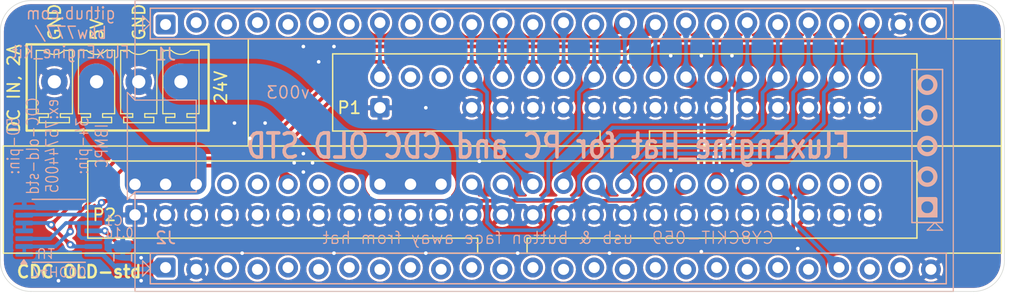
<source format=kicad_pcb>
(kicad_pcb (version 20240108) (generator "pcbnew") (generator_version "8.0")
  (title_block (title "FluxEngine_Hat for PC and CDC OLD STD") (date "2024-04-29") (rev "003") (company "Brian K. White - b.kenyon.w@gmail.com") (comment 1 "github.com/bkw777/FluxEngine_Kit"))
  (layers (0 "F.Cu" signal) (31 "B.Cu" signal) (34 "B.Paste" user) (35 "F.Paste" user) (36 "B.SilkS" user "B.Silkscreen") (37 "F.SilkS" user "F.Silkscreen") (38 "B.Mask" user) (39 "F.Mask" user) (44 "Edge.Cuts" user))
  (net 0 "")
  (net 1 "GND")
  (net 4 "/SIDE")
  (net 5 "/~{DSB}")
  (net 6 "/~{REDWC}")
  (net 7 "/~{TRK0}")
  (net 8 "/~{MOTB}")
  (net 9 "/~{WGATE}")
  (net 10 "/~{INDEX}")
  (net 11 "/~{WPROT}")
  (net 12 "/~{DSA}")
  (net 13 "/~{MOTA}")
  (net 14 "/~{STEP}")
  (net 15 "/DIR")
  (net 36 "VCC")
  (net 48 "/5VDC")
  (net 49 "/24VDC")
  (net 54 "/~{DSKCHG}")
  (net 57 "/~{WDATA}")
  (net 58 "/~{RDATA}")
  (net 60 "/~{TG43}")
  (net 62 "/~{STEP_IN}")
  (net 63 "/~{STEP_OUT}")
  (net 64 "Net-(U1-Pad10)")
  (net 65 "Net-(U1-Pad6)")
  (footprint "000_LOCAL:IDC-Header_2x17_P2.54mm_Latch_Vertical - FDD" (layer "F.Cu") (at 133.985 93.345 90)
    (property "Reference" "P1" (at 0 -2.54 0) (layer "F.SilkS"))
    (property "Value" "FDC_BUS_IBMPC")
    (fp_line (start 5.715 -10.922) (end 5.715 51.562) (stroke (width 0.12)) (layer "F.SilkS"))
    (fp_line (start -3.175 -10.922) (end 5.715 -10.922) (stroke (width 0.12)) (layer "F.SilkS"))
    (fp_line (start 4.47 -3.92) (end 4.47 44.56) (stroke (width 0.12)) (layer "F.SilkS"))
    (fp_line (start -1.93 -3.92) (end 4.47 -3.92) (stroke (width 0.12)) (layer "F.SilkS"))
    (fp_line (start -1.93 18.27) (end -1.93 -3.92) (stroke (width 0.12)) (layer "F.SilkS"))
    (fp_line (start -3.175 18.27) (end -1.93 18.27) (stroke (width 0.12)) (layer "F.SilkS"))
    (fp_line (start -1.93 22.37) (end -1.93 22.37) (stroke (width 0.12)) (layer "F.SilkS"))
    (fp_line (start -1.93 22.37) (end -3.175 22.37) (stroke (width 0.12)) (layer "F.SilkS"))
    (fp_line (start 4.47 44.56) (end -1.93 44.56) (stroke (width 0.12)) (layer "F.SilkS"))
    (fp_line (start -1.93 44.56) (end -1.93 22.37) (stroke (width 0.12)) (layer "F.SilkS"))
    (fp_line (start 5.715 51.562) (end -3.175 51.562) (stroke (width 0.12)) (layer "F.SilkS"))
    (fp_line (start -3.175 51.562) (end -3.175 -10.922) (stroke (width 0.12)) (layer "F.SilkS"))
    (pad "1" thru_hole roundrect (at 0 0 90) (size 1.6 1.6) (drill 0.95) (layers "*.Cu" "*.Mask") (roundrect_rratio 0.15625) (net 1 "GND"))
    (pad "2" thru_hole circle (at 2.54 0 90) (size 1.6 1.6) (drill 0.95) (layers "*.Cu" "*.Mask") (net 6 "/~{REDWC}"))
    (pad "4" thru_hole circle (at 2.54 2.54 90) (size 1.6 1.6) (drill 0.95) (layers "*.Cu" "*.Mask"))
    (pad "6" thru_hole circle (at 2.54 5.08 90) (size 1.6 1.6) (drill 0.95) (layers "*.Cu" "*.Mask"))
    (pad "7" thru_hole circle (at 0 7.62 90) (size 1.6 1.6) (drill 0.95) (layers "*.Cu" "*.Mask") (net 1 "GND"))
    (pad "8" thru_hole circle (at 2.54 7.62 90) (size 1.6 1.6) (drill 0.95) (layers "*.Cu" "*.Mask") (net 10 "/~{INDEX}"))
    (pad "9" thru_hole circle (at 0 10.16 90) (size 1.6 1.6) (drill 0.95) (layers "*.Cu" "*.Mask") (net 1 "GND"))
    (pad "10" thru_hole circle (at 2.54 10.16 90) (size 1.6 1.6) (drill 0.95) (layers "*.Cu" "*.Mask") (net 13 "/~{MOTA}"))
    (pad "11" thru_hole circle (at 0 12.7 90) (size 1.6 1.6) (drill 0.95) (layers "*.Cu" "*.Mask") (net 1 "GND"))
    (pad "12" thru_hole circle (at 2.54 12.7 90) (size 1.6 1.6) (drill 0.95) (layers "*.Cu" "*.Mask") (net 5 "/~{DSB}"))
    (pad "13" thru_hole circle (at 0 15.24 90) (size 1.6 1.6) (drill 0.95) (layers "*.Cu" "*.Mask") (net 1 "GND"))
    (pad "14" thru_hole circle (at 2.54 15.24 90) (size 1.6 1.6) (drill 0.95) (layers "*.Cu" "*.Mask") (net 12 "/~{DSA}"))
    (pad "15" thru_hole circle (at 0 17.78 90) (size 1.6 1.6) (drill 0.95) (layers "*.Cu" "*.Mask") (net 1 "GND"))
    (pad "16" thru_hole circle (at 2.54 17.78 90) (size 1.6 1.6) (drill 0.95) (layers "*.Cu" "*.Mask") (net 8 "/~{MOTB}"))
    (pad "17" thru_hole circle (at 0 20.32 90) (size 1.6 1.6) (drill 0.95) (layers "*.Cu" "*.Mask") (net 1 "GND"))
    (pad "18" thru_hole circle (at 2.54 20.32 90) (size 1.6 1.6) (drill 0.95) (layers "*.Cu" "*.Mask") (net 15 "/DIR"))
    (pad "19" thru_hole circle (at 0 22.86 90) (size 1.6 1.6) (drill 0.95) (layers "*.Cu" "*.Mask") (net 1 "GND"))
    (pad "20" thru_hole circle (at 2.54 22.86 90) (size 1.6 1.6) (drill 0.95) (layers "*.Cu" "*.Mask") (net 14 "/~{STEP}"))
    (pad "21" thru_hole circle (at 0 25.4 90) (size 1.6 1.6) (drill 0.95) (layers "*.Cu" "*.Mask") (net 1 "GND"))
    (pad "22" thru_hole circle (at 2.54 25.4 90) (size 1.6 1.6) (drill 0.95) (layers "*.Cu" "*.Mask") (net 57 "/~{WDATA}"))
    (pad "23" thru_hole circle (at 0 27.94 90) (size 1.6 1.6) (drill 0.95) (layers "*.Cu" "*.Mask") (net 1 "GND"))
    (pad "24" thru_hole circle (at 2.54 27.94 90) (size 1.6 1.6) (drill 0.95) (layers "*.Cu" "*.Mask") (net 9 "/~{WGATE}"))
    (pad "25" thru_hole circle (at 0 30.48 90) (size 1.6 1.6) (drill 0.95) (layers "*.Cu" "*.Mask") (net 1 "GND"))
    (pad "26" thru_hole circle (at 2.54 30.48 90) (size 1.6 1.6) (drill 0.95) (layers "*.Cu" "*.Mask") (net 7 "/~{TRK0}"))
    (pad "27" thru_hole circle (at 0 33.02 90) (size 1.6 1.6) (drill 0.95) (layers "*.Cu" "*.Mask") (net 1 "GND"))
    (pad "28" thru_hole circle (at 2.54 33.02 90) (size 1.6 1.6) (drill 0.95) (layers "*.Cu" "*.Mask") (net 11 "/~{WPROT}"))
    (pad "29" thru_hole circle (at 0 35.56 90) (size 1.6 1.6) (drill 0.95) (layers "*.Cu" "*.Mask") (net 1 "GND"))
    (pad "30" thru_hole circle (at 2.54 35.56 90) (size 1.6 1.6) (drill 0.95) (layers "*.Cu" "*.Mask") (net 58 "/~{RDATA}"))
    (pad "31" thru_hole circle (at 0 38.1 90) (size 1.6 1.6) (drill 0.95) (layers "*.Cu" "*.Mask") (net 1 "GND"))
    (pad "32" thru_hole circle (at 2.54 38.1 90) (size 1.6 1.6) (drill 0.95) (layers "*.Cu" "*.Mask") (net 4 "/SIDE"))
    (pad "33" thru_hole circle (at 0 40.64 90) (size 1.6 1.6) (drill 0.95) (layers "*.Cu" "*.Mask") (net 1 "GND"))
    (pad "34" thru_hole circle (at 2.54 40.64 90) (size 1.6 1.6) (drill 0.95) (layers "*.Cu" "*.Mask") (net 54 "/~{DSKCHG}"))
  )
  (footprint "000_LOCAL:ScrewTerminal_1x04_P3.5mm_vertical" (layer "F.Cu") (at 112.225001 91.585999 180)
    (property "Reference" "J2" (hide yes))
    (property "Value" "Screw_Terminal_01x04")
    (fp_line (start 7.55 3.5) (end 7.55 -3.65) (stroke (width 0.2)) (layer "F.SilkS"))
    (fp_line (start 7.55 -3.65) (end -7.55 -3.65) (stroke (width 0.2)) (layer "F.SilkS"))
    (fp_line (start 6.75 2.997056) (end 6.75 -2.252944) (stroke (width 0.1)) (layer "F.SilkS"))
    (fp_line (start 6.5 -2.552944) (end 5.75 -2.552944) (stroke (width 0.1)) (layer "F.SilkS"))
    (fp_line (start 6.5 -3.002944) (end 6.5 -2.552944) (stroke (width 0.1)) (layer "F.SilkS"))
    (fp_line (start 6.05 2.997056) (end 6.75 2.997056) (stroke (width 0.1)) (layer "F.SilkS"))
    (fp_line (start 5.75 -2.252944) (end 6.75 -2.252944) (stroke (width 0.1)) (layer "F.SilkS"))
    (fp_line (start 5.75 -2.552944) (end 5.75 -2.252944) (stroke (width 0.1)) (layer "F.SilkS"))
    (fp_line (start 4.75 -2.252944) (end 4.75 -2.552944) (stroke (width 0.1)) (layer "F.SilkS"))
    (fp_line (start 4.75 -2.552944) (end 4 -2.552944) (stroke (width 0.1)) (layer "F.SilkS"))
    (fp_line (start 4 -2.552944) (end 4 -3.002944) (stroke (width 0.1)) (layer "F.SilkS"))
    (fp_line (start 4 -3.002944) (end 6.5 -3.002944) (stroke (width 0.1)) (layer "F.SilkS"))
    (fp_line (start 3.75 2.997056) (end 4.45 2.997056) (stroke (width 0.1)) (layer "F.SilkS"))
    (fp_line (start 3.75 -2.252944) (end 4.75 -2.252944) (stroke (width 0.1)) (layer "F.SilkS"))
    (fp_line (start 3.75 -2.252944) (end 3.75 2.997056) (stroke (width 0.1)) (layer "F.SilkS"))
    (fp_line (start 3.25 2.998528) (end 3.25 -2.251472) (stroke (width 0.1)) (layer "F.SilkS"))
    (fp_line (start 3 -2.551472) (end 2.25 -2.551472) (stroke (width 0.1)) (layer "F.SilkS"))
    (fp_line (start 3 -3.001472) (end 3 -2.551472) (stroke (width 0.1)) (layer "F.SilkS"))
    (fp_line (start 2.55 2.998528) (end 3.25 2.998528) (stroke (width 0.1)) (layer "F.SilkS"))
    (fp_line (start 2.25 -2.251472) (end 3.25 -2.251472) (stroke (width 0.1)) (layer "F.SilkS"))
    (fp_line (start 2.25 -2.551472) (end 2.25 -2.251472) (stroke (width 0.1)) (layer "F.SilkS"))
    (fp_line (start 1.25 -2.251472) (end 1.25 -2.551472) (stroke (width 0.1)) (layer "F.SilkS"))
    (fp_line (start 1.25 -2.551472) (end 0.5 -2.551472) (stroke (width 0.1)) (layer "F.SilkS"))
    (fp_line (start 0.5 -2.551472) (end 0.5 -3.001472) (stroke (width 0.1)) (layer "F.SilkS"))
    (fp_line (start 0.5 -3.001472) (end 3 -3.001472) (stroke (width 0.1)) (layer "F.SilkS"))
    (fp_line (start 0.25 2.998528) (end 0.95 2.998528) (stroke (width 0.1)) (layer "F.SilkS"))
    (fp_line (start 0.25 -2.251472) (end 1.25 -2.251472) (stroke (width 0.1)) (layer "F.SilkS"))
    (fp_line (start 0.25 -2.251472) (end 0.25 2.998528) (stroke (width 0.1)) (layer "F.SilkS"))
    (fp_line (start -0.25 2.998528) (end -0.25 -2.251472) (stroke (width 0.1)) (layer "F.SilkS"))
    (fp_line (start -0.5 -2.55) (end -1.25 -2.55) (stroke (width 0.1)) (layer "F.SilkS"))
    (fp_line (start -0.5 -3) (end -0.5 -2.55) (stroke (width 0.1)) (layer "F.SilkS"))
    (fp_line (start -0.95 2.998528) (end -0.25 2.998528) (stroke (width 0.1)) (layer "F.SilkS"))
    (fp_line (start -1.25 -2.25) (end -0.25 -2.25) (stroke (width 0.1)) (layer "F.SilkS"))
    (fp_line (start -1.25 -2.55) (end -1.25 -2.25) (stroke (width 0.1)) (layer "F.SilkS"))
    (fp_line (start -2.25 -2.25) (end -2.25 -2.55) (stroke (width 0.1)) (layer "F.SilkS"))
    (fp_line (start -2.25 -2.55) (end -3 -2.55) (stroke (width 0.1)) (layer "F.SilkS"))
    (fp_line (start -3 -2.55) (end -3 -3) (stroke (width 0.1)) (layer "F.SilkS"))
    (fp_line (start -3 -3) (end -0.5 -3) (stroke (width 0.1)) (layer "F.SilkS"))
    (fp_line (start -3.25 2.998528) (end -2.55 2.998528) (stroke (width 0.1)) (layer "F.SilkS"))
    (fp_line (start -3.25 -2.25) (end -2.25 -2.25) (stroke (width 0.1)) (layer "F.SilkS"))
    (fp_line (start -3.25 -2.251472) (end -3.25 2.998528) (stroke (width 0.1)) (layer "F.SilkS"))
    (fp_line (start -3.75 3) (end -3.75 -2.25) (stroke (width 0.1)) (layer "F.SilkS"))
    (fp_line (start -4 -2.55) (end -4.75 -2.55) (stroke (width 0.1)) (layer "F.SilkS"))
    (fp_line (start -4 -3) (end -4 -2.55) (stroke (width 0.1)) (layer "F.SilkS"))
    (fp_line (start -4.45 3) (end -3.75 3) (stroke (width 0.1)) (layer "F.SilkS"))
    (fp_line (start -4.75 -2.25) (end -3.75 -2.25) (stroke (width 0.1)) (layer "F.SilkS"))
    (fp_line (start -4.75 -2.55) (end -4.75 -2.25) (stroke (width 0.1)) (layer "F.SilkS"))
    (fp_line (start -5.75 -2.25) (end -5.75 -2.55) (stroke (width 0.1)) (layer "F.SilkS"))
    (fp_line (start -5.75 -2.55) (end -6.5 -2.55) (stroke (width 0.1)) (layer "F.SilkS"))
    (fp_line (start -6.5 -2.55) (end -6.5 -3) (stroke (width 0.1)) (layer "F.SilkS"))
    (fp_line (start -6.5 -3) (end -4 -3) (stroke (width 0.1)) (layer "F.SilkS"))
    (fp_line (start -6.75 3) (end -6.05 3) (stroke (width 0.1)) (layer "F.SilkS"))
    (fp_line (start -6.75 -2.25) (end -5.75 -2.25) (stroke (width 0.1)) (layer "F.SilkS"))
    (fp_line (start -6.75 -2.25) (end -6.75 3) (stroke (width 0.1)) (layer "F.SilkS"))
    (fp_line (start -7.55 3.5) (end 7.55 3.5) (stroke (width 0.2)) (layer "F.SilkS"))
    (fp_line (start -7.55 -3.65) (end -7.55 3.5) (stroke (width 0.2)) (layer "F.SilkS"))
    (fp_arc (start 4.449962 2.997173) (mid 5.249973 2.665783) (end 6.05 2.997134) (stroke (width 0.1)) (layer "F.SilkS"))
    (fp_arc (start 0.949923 2.998606) (mid 1.749945 2.667202) (end 2.55 2.998528) (stroke (width 0.1)) (layer "F.SilkS"))
    (fp_arc (start -2.550077 2.998606) (mid -1.750055 2.667203) (end -0.95 2.998528) (stroke (width 0.1)) (layer "F.SilkS"))
    (fp_arc (start -6.050077 3.000078) (mid -5.250055 2.668675) (end -4.45 3) (stroke (width 0.1)) (layer "F.SilkS"))
    (pad "1" thru_hole circle (at -5.25 0.4 180) (size 2.2 2.2) (drill 1.1) (layers "*.Cu" "*.Mask") (net 49 "/24VDC"))
    (pad "2" thru_hole circle (at -1.75 0.4 180) (size 2.2 2.2) (drill 1.1) (layers "*.Cu" "*.Mask") (net 1 "GND") (thermal_bridge_width 0.6))
    (pad "3" thru_hole circle (at 1.75 0.4 180) (size 2.2 2.2) (drill 1.1) (layers "*.Cu" "*.Mask") (net 48 "/5VDC"))
    (pad "4" thru_hole circle (at 5.25 0.4 180) (size 2.2 2.2) (drill 1.1) (layers "*.Cu" "*.Mask") (net 1 "GND") (thermal_bridge_width 0.6))
  )
  (footprint "000_LOCAL:IDC-Header_2x25_P2.54mm_Latch_Vertical" (layer "F.Cu") (at 113.665001 102.235001 90)
    (property "Reference" "P2" (at 0 -2.54 0) (layer "F.SilkS"))
    (property "Value" "FDC_BUS_CDC_STD_OLD")
    (fp_line (start 5.715 -10.922) (end 5.715 71.882) (stroke (width 0.12)) (layer "F.SilkS"))
    (fp_line (start -3.175 -10.922) (end 5.715 -10.922) (stroke (width 0.12)) (layer "F.SilkS"))
    (fp_line (start 4.47 -3.92) (end 4.47 64.88) (stroke (width 0.12)) (layer "F.SilkS"))
    (fp_line (start -1.930001 -3.92) (end 4.47 -3.92) (stroke (width 0.12)) (layer "F.SilkS"))
    (fp_line (start -1.93 28.43) (end -1.930001 -3.92) (stroke (width 0.12)) (layer "F.SilkS"))
    (fp_line (start -3.175 28.43) (end -1.93 28.43) (stroke (width 0.12)) (layer "F.SilkS"))
    (fp_line (start -1.93 32.530001) (end -1.93 32.530001) (stroke (width 0.12)) (layer "F.SilkS"))
    (fp_line (start -1.93 32.530001) (end -3.175 32.530001) (stroke (width 0.12)) (layer "F.SilkS"))
    (fp_line (start 4.47 64.88) (end -1.93 64.88) (stroke (width 0.12)) (layer "F.SilkS"))
    (fp_line (start -1.93 64.88) (end -1.93 32.530001) (stroke (width 0.12)) (layer "F.SilkS"))
    (fp_line (start 5.715 71.882) (end -3.175 71.882001) (stroke (width 0.12)) (layer "F.SilkS"))
    (fp_line (start -3.175 71.882001) (end -3.175 -10.922) (stroke (width 0.12)) (layer "F.SilkS"))
    (pad "1" thru_hole roundrect (at 0 0 90) (size 1.6 1.6) (drill 0.95) (layers "*.Cu" "*.Mask") (roundrect_rratio 0.15625) (net 1 "GND"))
    (pad "2" thru_hole circle (at 2.54 0 90) (size 1.6 1.6) (drill 0.95) (layers "*.Cu" "*.Mask") (net 48 "/5VDC"))
    (pad "3" thru_hole circle (at 0 2.54 90) (size 1.6 1.6) (drill 0.95) (layers "*.Cu" "*.Mask") (net 1 "GND"))
    (pad "4" thru_hole circle (at 2.54 2.54 90) (size 1.6 1.6) (drill 0.95) (layers "*.Cu" "*.Mask") (net 48 "/5VDC"))
    (pad "5" thru_hole circle (at 0 5.079999 90) (size 1.6 1.6) (drill 0.95) (layers "*.Cu" "*.Mask") (net 1 "GND"))
    (pad "6" thru_hole circle (at 2.54 5.08 90) (size 1.6 1.6) (drill 0.95) (layers "*.Cu" "*.Mask") (net 48 "/5VDC"))
    (pad "7" thru_hole circle (at 0 7.62 90) (size 1.6 1.6) (drill 0.95) (layers "*.Cu" "*.Mask") (net 1 "GND"))
    (pad "8" thru_hole circle (at 2.54 7.62 90) (size 1.6 1.6) (drill 0.95) (layers "*.Cu" "*.Mask"))
    (pad "9" thru_hole circle (at 0 10.16 90) (size 1.6 1.6) (drill 0.95) (layers "*.Cu" "*.Mask") (net 1 "GND"))
    (pad "10" thru_hole circle (at 2.54 10.16 90) (size 1.6 1.6) (drill 0.95) (layers "*.Cu" "*.Mask"))
    (pad "11" thru_hole circle (at 0 12.7 90) (size 1.6 1.6) (drill 0.95) (layers "*.Cu" "*.Mask") (net 1 "GND"))
    (pad "12" thru_hole circle (at 2.54 12.7 90) (size 1.6 1.6) (drill 0.95) (layers "*.Cu" "*.Mask") (net 54 "/~{DSKCHG}"))
    (pad "13" thru_hole circle (at 0 15.24 90) (size 1.6 1.6) (drill 0.95) (layers "*.Cu" "*.Mask") (net 1 "GND"))
    (pad "14" thru_hole circle (at 2.54 15.24 90) (size 1.6 1.6) (drill 0.95) (layers "*.Cu" "*.Mask"))
    (pad "15" thru_hole circle (at 0 17.780001 90) (size 1.6 1.6) (drill 0.95) (layers "*.Cu" "*.Mask") (net 1 "GND"))
    (pad "16" thru_hole circle (at 2.54 17.78 90) (size 1.6 1.6) (drill 0.95) (layers "*.Cu" "*.Mask"))
    (pad "17" thru_hole circle (at 0 20.32 90) (size 1.6 1.6) (drill 0.95) (layers "*.Cu" "*.Mask") (net 1 "GND"))
    (pad "18" thru_hole circle (at 2.54 20.32 90) (size 1.6 1.6) (drill 0.95) (layers "*.Cu" "*.Mask") (net 49 "/24VDC"))
    (pad "19" thru_hole circle (at 0 22.86 90) (size 1.6 1.6) (drill 0.95) (layers "*.Cu" "*.Mask") (net 1 "GND"))
    (pad "20" thru_hole circle (at 2.54 22.86 90) (size 1.6 1.6) (drill 0.95) (layers "*.Cu" "*.Mask") (net 49 "/24VDC"))
    (pad "21" thru_hole circle (at 0 25.4 90) (size 1.6 1.6) (drill 0.95) (layers "*.Cu" "*.Mask") (net 1 "GND"))
    (pad "22" thru_hole circle (at 2.54 25.4 90) (size 1.6 1.6) (drill 0.95) (layers "*.Cu" "*.Mask") (net 49 "/24VDC"))
    (pad "23" thru_hole circle (at 0 27.939999 90) (size 1.6 1.6) (drill 0.95) (layers "*.Cu" "*.Mask") (net 1 "GND"))
    (pad "24" thru_hole circle (at 2.54 27.94 90) (size 1.6 1.6) (drill 0.95) (layers "*.Cu" "*.Mask") (net 11 "/~{WPROT}"))
    (pad "25" thru_hole circle (at 0 30.48 90) (size 1.6 1.6) (drill 0.95) (layers "*.Cu" "*.Mask") (net 1 "GND"))
    (pad "26" thru_hole circle (at 2.54 30.48 90) (size 1.6 1.6) (drill 0.95) (layers "*.Cu" "*.Mask") (net 8 "/~{MOTB}"))
    (pad "27" thru_hole circle (at 0 33.02 90) (size 1.6 1.6) (drill 0.95) (layers "*.Cu" "*.Mask") (net 1 "GND"))
    (pad "28" thru_hole circle (at 2.54 33.02 90) (size 1.6 1.6) (drill 0.95) (layers "*.Cu" "*.Mask") (net 10 "/~{INDEX}"))
    (pad "29" thru_hole circle (at 0 35.56 90) (size 1.6 1.6) (drill 0.95) (layers "*.Cu" "*.Mask") (net 1 "GND"))
    (pad "30" thru_hole circle (at 2.54 35.56 90) (size 1.6 1.6) (drill 0.95) (layers "*.Cu" "*.Mask") (net 7 "/~{TRK0}"))
    (pad "31" thru_hole circle (at 0 38.099999 90) (size 1.6 1.6) (drill 0.95) (layers "*.Cu" "*.Mask") (net 1 "GND"))
    (pad "32" thru_hole circle (at 2.54 38.1 90) (size 1.6 1.6) (drill 0.95) (layers "*.Cu" "*.Mask") (net 4 "/SIDE"))
    (pad "33" thru_hole circle (at 0 40.640001 90) (size 1.6 1.6) (drill 0.95) (layers "*.Cu" "*.Mask") (net 1 "GND"))
    (pad "34" thru_hole circle (at 2.54 40.64 90) (size 1.6 1.6) (drill 0.95) (layers "*.Cu" "*.Mask") (net 58 "/~{RDATA}"))
    (pad "35" thru_hole circle (at 0 43.18 90) (size 1.6 1.6) (drill 0.95) (layers "*.Cu" "*.Mask") (net 1 "GND"))
    (pad "36" thru_hole circle (at 2.54 43.18 90) (size 1.6 1.6) (drill 0.95) (layers "*.Cu" "*.Mask"))
    (pad "37" thru_hole circle (at 0 45.72 90) (size 1.6 1.6) (drill 0.95) (layers "*.Cu" "*.Mask") (net 1 "GND"))
    (pad "38" thru_hole circle (at 2.54 45.72 90) (size 1.6 1.6) (drill 0.95) (layers "*.Cu" "*.Mask") (net 62 "/~{STEP_IN}"))
    (pad "39" thru_hole circle (at 0 48.26 90) (size 1.6 1.6) (drill 0.95) (layers "*.Cu" "*.Mask") (net 1 "GND"))
    (pad "40" thru_hole circle (at 2.54 48.26 90) (size 1.6 1.6) (drill 0.95) (layers "*.Cu" "*.Mask") (net 9 "/~{WGATE}"))
    (pad "41" thru_hole circle (at 0 50.799999 90) (size 1.6 1.6) (drill 0.95) (layers "*.Cu" "*.Mask") (net 1 "GND"))
    (pad "42" thru_hole circle (at 2.54 50.8 90) (size 1.6 1.6) (drill 0.95) (layers "*.Cu" "*.Mask") (net 57 "/~{WDATA}"))
    (pad "43" thru_hole circle (at 0 53.34 90) (size 1.6 1.6) (drill 0.95) (layers "*.Cu" "*.Mask") (net 1 "GND"))
    (pad "44" thru_hole circle (at 2.54 53.34 90) (size 1.6 1.6) (drill 0.95) (layers "*.Cu" "*.Mask") (net 60 "/~{TG43}"))
    (pad "45" thru_hole circle (at 0 55.88 90) (size 1.6 1.6) (drill 0.95) (layers "*.Cu" "*.Mask") (net 1 "GND"))
    (pad "46" thru_hole circle (at 2.54 55.88 90) (size 1.6 1.6) (drill 0.95) (layers "*.Cu" "*.Mask") (net 63 "/~{STEP_OUT}"))
    (pad "47" thru_hole circle (at 0 58.42 90) (size 1.6 1.6) (drill 0.95) (layers "*.Cu" "*.Mask") (net 1 "GND"))
    (pad "48" thru_hole circle (at 2.54 58.42 90) (size 1.6 1.6) (drill 0.95) (layers "*.Cu" "*.Mask"))
    (pad "49" thru_hole circle (at 0 60.959999 90) (size 1.6 1.6) (drill 0.95) (layers "*.Cu" "*.Mask") (net 1 "GND"))
    (pad "50" thru_hole circle (at 2.54 60.96 90) (size 1.6 1.6) (drill 0.95) (layers "*.Cu" "*.Mask"))
  )
  (footprint "000_LOCAL:TSSOP-14_4.4x5mm_P0.65mm" (layer "B.Cu") (at 107.340401 103.555799)
    (property "Reference" "U1" (at -1.0414 1.8542 180) (layer "B.SilkS") (effects (font (size 0.8 0.8) (thickness 0.1)) (justify mirror)))
    (property "Value" "74HC00" (at -0.0254 3.3782 180) (layer "B.SilkS") (effects (font (size 0.8 0.8) (thickness 0.1)) (justify mirror)))
    (fp_line (start -2.2 -2.61) (end 0 -2.61) (stroke (width 0.12)) (layer "B.SilkS"))
    (fp_line (start -2.2 2.61) (end 0 2.61) (stroke (width 0.12)) (layer "B.SilkS"))
    (fp_line (start 2.2 -2.61) (end 0 -2.61) (stroke (width 0.12)) (layer "B.SilkS"))
    (fp_line (start 2.2 2.61) (end 0 2.61) (stroke (width 0.12)) (layer "B.SilkS"))
    (fp_poly (pts (xy -2.9 2.41) (xy -3.14 2.74) (xy -2.66 2.74) (xy -2.9 2.41)) (stroke (width 0.12)) (fill solid) (layer "B.SilkS"))
    (pad "1" smd roundrect (at -2.8625 1.95) (size 1.475 0.4) (layers "B.Cu" "B.Paste" "B.Mask") (net 14 "/~{STEP}"))
    (pad "2" smd roundrect (at -2.8625 1.3) (size 1.475 0.4) (layers "B.Cu" "B.Paste" "B.Mask") (net 14 "/~{STEP}"))
    (pad "3" smd roundrect (at -2.8625 0.65) (size 1.475 0.4) (layers "B.Cu" "B.Paste" "B.Mask") (net 64 "Net-(U1-Pad10)"))
    (pad "4" smd roundrect (at -2.8625 0) (size 1.475 0.4) (layers "B.Cu" "B.Paste" "B.Mask") (net 15 "/DIR"))
    (pad "5" smd roundrect (at -2.8625 -0.65) (size 1.475 0.4) (layers "B.Cu" "B.Paste" "B.Mask") (net 15 "/DIR"))
    (pad "6" smd roundrect (at -2.8625 -1.3) (size 1.475 0.4) (layers "B.Cu" "B.Paste" "B.Mask") (net 65 "Net-(U1-Pad6)"))
    (pad "7" smd roundrect (at -2.8625 -1.95) (size 1.475 0.4) (layers "B.Cu" "B.Paste" "B.Mask") (net 1 "GND"))
    (pad "8" smd roundrect (at 2.8625 -1.95) (size 1.475 0.4) (layers "B.Cu" "B.Paste" "B.Mask") (net 62 "/~{STEP_IN}"))
    (pad "9" smd roundrect (at 2.8625 -1.3) (size 1.475 0.4) (layers "B.Cu" "B.Paste" "B.Mask") (net 65 "Net-(U1-Pad6)"))
    (pad "10" smd roundrect (at 2.8625 -0.65) (size 1.475 0.4) (layers "B.Cu" "B.Paste" "B.Mask") (net 64 "Net-(U1-Pad10)"))
    (pad "11" smd roundrect (at 2.8625 0) (size 1.475 0.4) (layers "B.Cu" "B.Paste" "B.Mask") (net 63 "/~{STEP_OUT}"))
    (pad "12" smd roundrect (at 2.8625 0.65) (size 1.475 0.4) (layers "B.Cu" "B.Paste" "B.Mask") (net 64 "Net-(U1-Pad10)"))
    (pad "13" smd roundrect (at 2.8625 1.3) (size 1.475 0.4) (layers "B.Cu" "B.Paste" "B.Mask") (net 15 "/DIR"))
    (pad "14" smd roundrect (at 2.8625 1.95) (size 1.475 0.4) (layers "B.Cu" "B.Paste" "B.Mask") (net 36 "VCC"))
  )
  (footprint "000_LOCAL:C_0805_2012Metric" (layer "B.Cu") (at 112.649001 105.790999 90)
    (property "Reference" "C1" (at 3.0734 -0.762 0) (layer "B.SilkS") (effects (font (size 0.8 0.8) (thickness 0.1)) (justify mirror)))
    (property "Value" "0.1u" (at 2.0574 -0.254 180) (layer "B.SilkS") (effects (font (size 0.8 0.7) (thickness 0.1)) (justify mirror)))
    (fp_line (start 0.261252 -0.735) (end -0.261252 -0.735) (stroke (width 0.12)) (layer "B.SilkS"))
    (fp_line (start 0.261252 0.735) (end -0.261252 0.735) (stroke (width 0.12)) (layer "B.SilkS"))
    (pad "1" smd roundrect (at -0.95 0 90) (size 1 1.45) (layers "B.Cu" "B.Paste" "B.Mask") (net 36 "VCC"))
    (pad "2" smd roundrect (at 0.95 0 90) (size 1 1.45) (layers "B.Cu" "B.Paste" "B.Mask") (net 1 "GND"))
  )
  (footprint "000_LOCAL:CY8CKIT-059 dry fit" (layer "B.Cu") (at 116.205001 86.359999 -90)
    (property "Reference" "J1" (hide yes))
    (property "Value" "CY8CKIT-059")
    (fp_line (start 14.605 3.175) (end 5.715 3.175) (stroke (width 0.1)) (layer "B.SilkS"))
    (fp_line (start 6.35 2.54) (end 5.715 3.175) (stroke (width 0.1)) (layer "B.SilkS"))
    (fp_line (start 6.35 2.54) (end -1.905 2.54) (stroke (width 0.1)) (layer "B.SilkS"))
    (fp_line (start 6.35 2.54) (end 6.35 -2.54) (stroke (width 0.1)) (layer "B.SilkS"))
    (fp_line (start 13.97 2.54) (end 14.605 3.175) (stroke (width 0.1)) (layer "B.SilkS"))
    (fp_line (start 22.225 2.54) (end 13.97 2.54) (stroke (width 0.1)) (layer "B.SilkS"))
    (fp_line (start 22.225 2.54) (end 22.225 -65.3542) (stroke (width 0.1)) (layer "B.SilkS"))
    (fp_line (start -0.635 1.905) (end 0 1.27) (stroke (width 0.1)) (layer "B.SilkS"))
    (fp_line (start 0.635 1.905) (end -0.635 1.905) (stroke (width 0.1)) (layer "B.SilkS"))
    (fp_line (start 19.685 1.905) (end 20.32 1.27) (stroke (width 0.1)) (layer "B.SilkS"))
    (fp_line (start 20.955 1.905) (end 19.685 1.905) (stroke (width 0.1)) (layer "B.SilkS"))
    (fp_line (start 0 1.27) (end 0.635 1.905) (stroke (width 0.1)) (layer "B.SilkS"))
    (fp_line (start 1.27 1.27) (end -1.27 1.27) (stroke (width 0.12)) (layer "B.SilkS"))
    (fp_line (start 20.32 1.27) (end 20.955 1.905) (stroke (width 0.1)) (layer "B.SilkS"))
    (fp_line (start 21.59 1.27) (end 19.05 1.27) (stroke (width 0.12)) (layer "B.SilkS"))
    (fp_line (start 6.35 -2.54) (end 13.97 -2.54) (stroke (width 0.1)) (layer "B.SilkS"))
    (fp_line (start 13.97 -2.54) (end 13.97 2.54) (stroke (width 0.1)) (layer "B.SilkS"))
    (fp_line (start 3.809998 -61.9252) (end 16.509999 -61.925199) (stroke (width 0.12)) (layer "B.SilkS"))
    (fp_line (start 17.145 -63.1952) (end 16.51 -63.8302) (stroke (width 0.1)) (layer "B.SilkS"))
    (fp_line (start 16.51 -63.8302) (end 17.145 -64.4652) (stroke (width 0.1)) (layer "B.SilkS"))
    (fp_line (start 3.809998 -64.4652) (end 3.809998 -61.9252) (stroke (width 0.12)) (layer "B.SilkS"))
    (fp_line (start 3.809998 -64.4652) (end 16.509999 -64.465201) (stroke (width 0.12)) (layer "B.SilkS"))
    (fp_line (start 17.145 -64.4652) (end 17.145 -63.1952) (stroke (width 0.1)) (layer "B.SilkS"))
    (fp_line (start 16.509999 -64.465201) (end 16.509999 -61.925199) (stroke (width 0.12)) (layer "B.SilkS"))
    (fp_line (start -1.27 -64.77) (end -1.27 1.27) (stroke (width 0.12)) (layer "B.SilkS"))
    (fp_line (start 1.27 -64.77) (end 1.27 1.27) (stroke (width 0.12)) (layer "B.SilkS"))
    (fp_line (start 1.27 -64.77) (end -1.27 -64.77) (stroke (width 0.12)) (layer "B.SilkS"))
    (fp_line (start 19.05 -64.77) (end 19.05 1.27) (stroke (width 0.12)) (layer "B.SilkS"))
    (fp_line (start 21.59 -64.77) (end 21.59 1.27) (stroke (width 0.12)) (layer "B.SilkS"))
    (fp_line (start 21.59 -64.77) (end 19.05 -64.77) (stroke (width 0.12)) (layer "B.SilkS"))
    (fp_line (start -1.905 -65.3542) (end -1.905 2.54) (stroke (width 0.1)) (layer "B.SilkS"))
    (fp_line (start 22.225 -65.3542) (end -1.905 -65.3542) (stroke (width 0.1)) (layer "B.SilkS"))
    (fp_rect (start 15.9131 -63.8683) (end 14.5669 -62.5221) (stroke (width 0.35052)) (fill none) (layer "B.SilkS"))
    (fp_circle (center 5.08 -63.1952) (end 5.7531 -63.1952) (stroke (width 0.35052)) (fill none) (layer "B.SilkS"))
    (fp_circle (center 7.62 -63.1952) (end 8.2931 -63.1952) (stroke (width 0.35052)) (fill none) (layer "B.SilkS"))
    (fp_circle (center 10.16 -63.1952) (end 10.8331 -63.1952) (stroke (width 0.35052)) (fill none) (layer "B.SilkS"))
    (fp_circle (center 12.7 -63.1952) (end 13.3731 -63.1952) (stroke (width 0.35052)) (fill none) (layer "B.SilkS"))
    (fp_circle (center 15.24 -63.1952) (end 15.9131 -63.1952) (stroke (width 0.35052)) (fill none) (layer "B.SilkS"))
    (fp_text user "J2" (at 17.78 0 0) (layer "B.SilkS") (effects (justify mirror)))
    (fp_text user "J1" (at 2.54 0 0) (layer "B.SilkS") (effects (justify mirror)))
    (pad "J1_1" thru_hole roundrect (at 0.0762 0 270) (size 1.651 1.651) (drill 0.9144) (layers "*.Cu" "*.Mask") (roundrect_rratio 0.1514233798))
    (pad "J1_2" thru_hole circle (at -0.0762 -2.54 270) (size 1.651 1.651) (drill 0.9144) (layers "*.Cu" "*.Mask"))
    (pad "J1_3" thru_hole circle (at 0.0762 -5.08 270) (size 1.651 1.651) (drill 0.9144) (layers "*.Cu" "*.Mask"))
    (pad "J1_4" thru_hole circle (at -0.0762 -7.62 270) (size 1.651 1.651) (drill 0.9144) (layers "*.Cu" "*.Mask"))
    (pad "J1_5" thru_hole circle (at 0.0762 -10.16 270) (size 1.651 1.651) (drill 0.9144) (layers "*.Cu" "*.Mask"))
    (pad "J1_6" thru_hole circle (at -0.0762 -12.7 270) (size 1.651 1.651) (drill 0.9144) (layers "*.Cu" "*.Mask"))
    (pad "J1_7" thru_hole circle (at 0.0762 -15.24 270) (size 1.651 1.651) (drill 0.9144) (layers "*.Cu" "*.Mask"))
    (pad "J1_8" thru_hole circle (at -0.0762 -17.78 270) (size 1.651 1.651) (drill 0.9144) (layers "*.Cu" "*.Mask") (net 6 "/~{REDWC}"))
    (pad "J1_9" thru_hole circle (at 0.0762 -20.32 270) (size 1.651 1.651) (drill 0.9144) (layers "*.Cu" "*.Mask"))
    (pad "J1_10" thru_hole circle (at -0.0762 -22.86 270) (size 1.651 1.651) (drill 0.9144) (layers "*.Cu" "*.Mask"))
    (pad "J1_11" thru_hole circle (at 0.0762 -25.4 270) (size 1.651 1.651) (drill 0.9144) (layers "*.Cu" "*.Mask") (net 10 "/~{INDEX}"))
    (pad "J1_12" thru_hole circle (at -0.0762 -27.94 270) (size 1.651 1.651) (drill 0.9144) (layers "*.Cu" "*.Mask") (net 13 "/~{MOTA}"))
    (pad "J1_13" thru_hole circle (at 0.0762 -30.48 270) (size 1.651 1.651) (drill 0.9144) (layers "*.Cu" "*.Mask") (net 5 "/~{DSB}"))
    (pad "J1_14" thru_hole circle (at -0.0762 -33.02 270) (size 1.651 1.651) (drill 0.9144) (layers "*.Cu" "*.Mask") (net 12 "/~{DSA}"))
    (pad "J1_15" thru_hole circle (at 0.0762 -35.56 270) (size 1.651 1.651) (drill 0.9144) (layers "*.Cu" "*.Mask") (net 8 "/~{MOTB}"))
    (pad "J1_16" thru_hole circle (at -0.0762 -38.1 270) (size 1.651 1.651) (drill 0.9144) (layers "*.Cu" "*.Mask") (net 15 "/DIR"))
    (pad "J1_17" thru_hole circle (at 0.0762 -40.64 270) (size 1.651 1.651) (drill 0.9144) (layers "*.Cu" "*.Mask") (net 14 "/~{STEP}"))
    (pad "J1_18" thru_hole circle (at -0.0762 -43.18 270) (size 1.651 1.651) (drill 0.9144) (layers "*.Cu" "*.Mask") (net 57 "/~{WDATA}"))
    (pad "J1_19" thru_hole circle (at 0.0762 -45.72 270) (size 1.651 1.651) (drill 0.9144) (layers "*.Cu" "*.Mask") (net 9 "/~{WGATE}"))
    (pad "J1_20" thru_hole circle (at -0.0762 -48.26 270) (size 1.651 1.651) (drill 0.9144) (layers "*.Cu" "*.Mask") (net 7 "/~{TRK0}"))
    (pad "J1_21" thru_hole circle (at 0.0762 -50.8 270) (size 1.651 1.651) (drill 0.9144) (layers "*.Cu" "*.Mask") (net 11 "/~{WPROT}"))
    (pad "J1_22" thru_hole circle (at -0.0762 -53.34 270) (size 1.651 1.651) (drill 0.9144) (layers "*.Cu" "*.Mask") (net 58 "/~{RDATA}"))
    (pad "J1_23" thru_hole circle (at 0.0762 -55.88 270) (size 1.651 1.651) (drill 0.9144) (layers "*.Cu" "*.Mask") (net 4 "/SIDE"))
    (pad "J1_24" thru_hole circle (at -0.0762 -58.42 270) (size 1.651 1.651) (drill 0.9144) (layers "*.Cu" "*.Mask") (net 54 "/~{DSKCHG}"))
    (pad "J1_25" thru_hole circle (at 0.0762 -60.96 270) (size 1.651 1.651) (drill 0.9144) (layers "*.Cu" "*.Mask") (net 1 "GND"))
    (pad "J1_26" thru_hole circle (at -0.0762 -63.5 270) (size 1.651 1.651) (drill 0.9144) (layers "*.Cu" "*.Mask"))
    (pad "J2_1" thru_hole roundrect (at 20.2438 0 270) (size 1.651 1.651) (drill 0.9144) (layers "*.Cu" "*.Mask") (roundrect_rratio 0.1514233798) (net 36 "VCC"))
    (pad "J2_2" thru_hole circle (at 20.3962 -2.54 270) (size 1.651 1.651) (drill 0.9144) (layers "*.Cu" "*.Mask") (net 1 "GND"))
    (pad "J2_3" thru_hole circle (at 20.2438 -5.08 270) (size 1.651 1.651) (drill 0.9144) (layers "*.Cu" "*.Mask"))
    (pad "J2_4" thru_hole circle (at 20.3962 -7.62 270) (size 1.651 1.651) (drill 0.9144) (layers "*.Cu" "*.Mask"))
    (pad "J2_5" thru_hole circle (at 20.2438 -10.16 270) (size 1.651 1.651) (drill 0.9144) (layers "*.Cu" "*.Mask"))
    (pad "J2_6" thru_hole circle (at 20.3962 -12.7 270) (size 1.651 1.651) (drill 0.9144) (layers "*.Cu" "*.Mask"))
    (pad "J2_7" thru_hole circle (at 20.2438 -15.24 270) (size 1.651 1.651) (drill 0.9144) (layers "*.Cu" "*.Mask"))
    (pad "J2_8" thru_hole circle (at 20.3962 -17.78 270) (size 1.651 1.651) (drill 0.9144) (layers "*.Cu" "*.Mask"))
    (pad "J2_9" thru_hole circle (at 20.2438 -20.32 270) (size 1.651 1.651) (drill 0.9144) (layers "*.Cu" "*.Mask"))
    (pad "J2_10" thru_hole circle (at 20.3962 -22.86 270) (size 1.651 1.651) (drill 0.9144) (layers "*.Cu" "*.Mask"))
    (pad "J2_11" thru_hole circle (at 20.2438 -25.4 270) (size 1.651 1.651) (drill 0.9144) (layers "*.Cu" "*.Mask"))
    (pad "J2_12" thru_hole circle (at 20.3962 -27.94 270) (size 1.651 1.651) (drill 0.9144) (layers "*.Cu" "*.Mask"))
    (pad "J2_13" thru_hole circle (at 20.2438 -30.48 270) (size 1.651 1.651) (drill 0.9144) (layers "*.Cu" "*.Mask"))
    (pad "J2_14" thru_hole circle (at 20.3962 -33.02 270) (size 1.651 1.651) (drill 0.9144) (layers "*.Cu" "*.Mask"))
    (pad "J2_15" thru_hole circle (at 20.2438 -35.56 270) (size 1.651 1.651) (drill 0.9144) (layers "*.Cu" "*.Mask"))
    (pad "J2_16" thru_hole circle (at 20.3962 -38.1 270) (size 1.651 1.651) (drill 0.9144) (layers "*.Cu" "*.Mask"))
    (pad "J2_17" thru_hole circle (at 20.2438 -40.64 270) (size 1.651 1.651) (drill 0.9144) (layers "*.Cu" "*.Mask"))
    (pad "J2_18" thru_hole circle (at 20.3962 -43.18 270) (size 1.651 1.651) (drill 0.9144) (layers "*.Cu" "*.Mask"))
    (pad "J2_19" thru_hole circle (at 20.2438 -45.72 270) (size 1.651 1.651) (drill 0.9144) (layers "*.Cu" "*.Mask"))
    (pad "J2_20" thru_hole circle (at 20.3962 -48.26 270) (size 1.651 1.651) (drill 0.9144) (layers "*.Cu" "*.Mask"))
    (pad "J2_21" thru_hole circle (at 20.2438 -50.8 270) (size 1.651 1.651) (drill 0.9144) (layers "*.Cu" "*.Mask"))
    (pad "J2_22" thru_hole circle (at 20.3962 -53.34 270) (size 1.651 1.651) (drill 0.9144) (layers "*.Cu" "*.Mask"))
    (pad "J2_23" thru_hole circle (at 20.2438 -55.88 270) (size 1.651 1.651) (drill 0.9144) (layers "*.Cu" "*.Mask") (net 60 "/~{TG43}"))
    (pad "J2_24" thru_hole circle (at 20.3962 -58.42 270) (size 1.651 1.651) (drill 0.9144) (layers "*.Cu" "*.Mask"))
    (pad "J2_25" thru_hole circle (at 20.2438 -60.96 270) (size 1.651 1.651) (drill 0.9144) (layers "*.Cu" "*.Mask"))
    (pad "J2_26" thru_hole circle (at 20.3962 -63.5 270) (size 1.651 1.651) (drill 0.9144) (layers "*.Cu" "*.Mask") (net 1 "GND"))
  )
  (gr_rect (start 133.985001 97.445724) (end 139.065001 99.695001) (stroke (width 1.7)) (fill solid) (layer "B.Cu") (net 49))
  (gr_rect (start 113.665001 97.445724) (end 118.745001 99.695001) (stroke (width 1.7)) (fill solid) (layer "B.Cu") (net 48))
  (gr_arc (start 132.425001 98.249999) (mid 133.068468 98.516532) (end 133.335001 99.159999) (stroke (width 0.4)) (layer "B.Cu") (net 49))
  (gr_arc (start 183.261 84.455001) (mid 185.057051 85.198949) (end 185.801 86.995) (stroke (width 0.05)) (layer "Edge.Cuts"))
  (gr_arc (start 102.489 86.995) (mid 103.232949 85.198948) (end 105.029001 84.454999) (stroke (width 0.05)) (layer "Edge.Cuts"))
  (gr_arc (start 185.801 106.045) (mid 185.057051 107.841051) (end 183.261 108.585) (stroke (width 0.05)) (layer "Edge.Cuts"))
  (gr_line (start 102.489 86.995) (end 102.489 106.044999) (stroke (width 0.05)) (layer "Edge.Cuts"))
  (gr_line (start 183.261 84.455001) (end 105.029001 84.454999) (stroke (width 0.05)) (layer "Edge.Cuts"))
  (gr_line (start 185.801 106.045) (end 185.801 86.995) (stroke (width 0.05)) (layer "Edge.Cuts"))
  (gr_line (start 105.029 108.584999) (end 183.261 108.585) (stroke (width 0.05)) (layer "Edge.Cuts"))
  (gr_arc (start 105.029001 108.584999) (mid 103.23295 107.841051) (end 102.489001 106.045) (stroke (width 0.05)) (layer "Edge.Cuts"))
  (gr_text "${TITLE}" (at 147.955001 96.52 0) (layer "B.SilkS") (effects (font (size 2 1.6) (thickness 0.3)) (justify mirror)))
  (gr_text "34-pin:\nIBMPC" (at 108.712001 96.519999 90) (layer "B.SilkS") (effects (font (size 1 0.8) (thickness 0.1)) (justify top mirror)))
  (gr_text "50-pin:\nCDC-old-std\nex:75744005" (at 102.997001 96.519999 90) (layer "B.SilkS") (effects (font (size 1 0.8) (thickness 0.1)) (justify top mirror)))
  (gr_text "github.com\nbkw777/\nFluxEngine_Kit" (at 108.331001 87.121999 0) (layer "B.SilkS") (effects (font (size 1 0.9) (thickness 0.12)) (justify mirror)))
  (gr_text "v${REVISION}" (at 126.365001 92.074999 0) (layer "B.SilkS") (effects (font (size 1 1) (thickness 0.12)) (justify mirror)))
  (gr_text "CY8CKIT-059  usb & button face away from hat" (at 147.955001 104.139999 0) (layer "B.SilkS") (effects (font (size 1 1) (thickness 0.1)) (justify mirror)))
  (gr_text "5V" (at 110.505001 87.859999 90) (layer "F.SilkS") (effects (font (size 1 1)) (justify left)))
  (gr_text "CDC OLD-std" (at 103.740401 106.950399 0) (layer "F.SilkS") (effects (font (size 1.016 1.016) (thickness 0.2032) (bold yes)) (justify left)))
  (gr_text "GND" (at 107.005001 87.859999 90) (layer "F.SilkS") (effects (font (size 1 1)) (justify left)))
  (gr_text "GND" (at 114.005001 87.859999 90) (layer "F.SilkS") (effects (font (size 1 1)) (justify left)))
  (gr_text "24V" (at 120.205001 91.659999 90) (layer "F.SilkS") (effects (font (size 1 1)) (justify top)))
  (gr_text "DC IN, 2A" (at 103.605001 91.759999 90) (layer "F.SilkS") (effects (font (size 1 1))))
  (via (at 158.115001 89.026999) (size 0.6) (drill 0.3) (layers "F.Cu" "B.Cu") (net 1))
  (via (at 137.795001 93.344999) (size 0.6) (drill 0.3) (layers "F.Cu" "B.Cu") (net 1))
  (via (at 160.655001 89.026999) (size 0.6) (drill 0.3) (layers "F.Cu" "B.Cu") (net 1))
  (via (at 142.240001 97.789999) (size 0.6) (drill 0.3) (layers "F.Cu" "B.Cu") (net 1))
  (via (at 153.035001 105.409999) (size 0.6) (drill 0.3) (layers "F.Cu" "B.Cu") (net 1))
  (via (at 127.635001 98.678999) (size 0.6) (drill 0.3) (layers "F.Cu" "B.Cu") (net 1))
  (via (at 168.656001 105.028999) (size 0.6) (drill 0.3) (layers "F.Cu" "B.Cu") (net 1))
  (via (at 128.905001 89.534999) (size 0.6) (drill 0.3) (layers "F.Cu" "B.Cu") (net 1))
  (via (at 107.315001 107.695999) (size 0.6) (drill 0.3) (layers "F.Cu" "B.Cu") (net 1))
  (via (at 158.115001 98.551999) (size 0.6) (drill 0.3) (layers "F.Cu" "B.Cu") (net 1))
  (via (at 130.175001 88.264999) (size 0.6) (drill 0.3) (layers "F.Cu" "B.Cu") (net 1))
  (via (at 114.173001 105.790999) (size 0.6) (drill 0.3) (layers "F.Cu" "B.Cu") (net 1))
  (via (at 126.873001 97.916999) (size 0.6) (drill 0.3) (layers "F.Cu" "B.Cu") (net 1))
  (via (at 124.460001 94.614999) (size 0.6) (drill 0.3) (layers "F.Cu" "B.Cu") (net 1))
  (via (at 163.195001 98.551999) (size 0.6) (drill 0.3) (layers "F.Cu" "B.Cu") (net 1))
  (via (at 130.175001 105.409999) (size 0.6) (drill 0.3) (layers "F.Cu" "B.Cu") (net 1))
  (via (at 128.397001 97.916999) (size 0.6) (drill 0.3) (layers "F.Cu" "B.Cu") (net 1))
  (via (at 123.190001 95.884999) (size 0.6) (drill 0.3) (layers "F.Cu" "B.Cu") (net 1))
  (via (at 145.415001 105.409999) (size 0.6) (drill 0.3) (layers "F.Cu" "B.Cu") (net 1))
  (via (at 127.635001 97.154999) (size 0.6) (drill 0.3) (layers "F.Cu" "B.Cu") (net 1))
  (via (at 163.195001 89.026999) (size 0.6) (drill 0.3) (layers "F.Cu" "B.Cu") (net 1))
  (via (at 127.635001 88.264999) (size 0.6) (drill 0.3) (layers "F.Cu" "B.Cu") (net 1))
  (via (at 122.555001 105.409999) (size 0.6) (drill 0.3) (layers "F.Cu" "B.Cu") (net 1))
  (via (at 137.795001 105.409999) (size 0.6) (drill 0.3) (layers "F.Cu" "B.Cu") (net 1))
  (via (at 121.920001 94.614999) (size 0.6) (drill 0.3) (layers "F.Cu" "B.Cu") (net 1))
  (via (at 160.655001 105.282999) (size 0.6) (drill 0.3) (layers "F.Cu" "B.Cu") (net 1))
  (via (at 114.173001 107.695999) (size 0.6) (drill 0.3) (layers "F.Cu" "B.Cu") (net 1))
  (segment (start 155.575001 99.059999) (end 156.972001 97.662999) (width 0.3) (layer "B.Cu") (net 4))
  (segment (start 170.815001 92.074999) (end 172.085 90.805) (width 0.3) (layer "B.Cu") (net 4))
  (segment (start 172.085001 90.804999) (end 172.085 90.805) (width 0.3) (layer "B.Cu") (net 4))
  (segment (start 155.575001 100.329999) (end 155.575001 99.059999) (width 0.3) (layer "B.Cu") (net 4))
  (segment (start 151.765001 99.695001) (end 153.034999 100.964999) (width 0.3) (layer "B.Cu") (net 4))
  (segment (start 154.940001 100.964999) (end 155.575001 100.329999) (width 0.3) (layer "B.Cu") (net 4))
  (segment (start 156.972001 97.662999) (end 167.767001 97.662999) (width 0.3) (layer "B.Cu") (net 4))
  (segment (start 167.767001 97.662999) (end 170.815001 94.614999) (width 0.3) (layer "B.Cu") (net 4))
  (segment (start 170.815001 94.614999) (end 170.815001 92.074999) (width 0.3) (layer "B.Cu") (net 4))
  (segment (start 172.085001 86.436199) (end 172.085001 90.804999) (width 0.3) (layer "B.Cu") (net 4))
  (segment (start 153.034999 100.964999) (end 154.940001 100.964999) (width 0.3) (layer "B.Cu") (net 4))
  (segment (start 146.685001 90.804999) (end 146.685 90.805) (width 0.3) (layer "B.Cu") (net 5))
  (segment (start 146.685001 86.436199) (end 146.685001 90.804999) (width 0.3) (layer "B.Cu") (net 5))
  (segment (start 133.985001 90.804999) (end 133.985 90.805) (width 0.3) (layer "B.Cu") (net 6))
  (segment (start 133.985001 86.283799) (end 133.985001 90.804999) (width 0.3) (layer "B.Cu") (net 6))
  (segment (start 163.195001 94.614999) (end 163.195001 92.074999) (width 0.3) (layer "B.Cu") (net 7))
  (segment (start 164.465001 86.283799) (end 164.465001 90.804999) (width 0.3) (layer "B.Cu") (net 7))
  (segment (start 149.225001 99.059999) (end 153.289001 94.995999) (width 0.3) (layer "B.Cu") (net 7))
  (segment (start 164.465001 90.804999) (end 164.465 90.805) (width 0.3) (layer "B.Cu") (net 7))
  (segment (start 162.814001 94.995999) (end 163.195001 94.614999) (width 0.3) (layer "B.Cu") (net 7))
  (segment (start 163.195001 92.074999) (end 164.465 90.805) (width 0.3) (layer "B.Cu") (net 7))
  (segment (start 153.289001 94.995999) (end 162.814001 94.995999) (width 0.3) (layer "B.Cu") (net 7))
  (segment (start 149.225001 99.695001) (end 149.225001 99.059999) (width 0.3) (layer "B.Cu") (net 7))
  (segment (start 150.495001 92.074999) (end 151.765 90.805) (width 0.3) (layer "B.Cu") (net 8))
  (segment (start 151.765001 86.436199) (end 151.765001 90.804999) (width 0.3) (layer "B.Cu") (net 8))
  (segment (start 150.495001 95.249999) (end 150.495001 92.074999) (width 0.3) (layer "B.Cu") (net 8))
  (segment (start 144.145001 99.695001) (end 145.414999 100.964999) (width 0.3) (layer "B.Cu") (net 8))
  (segment (start 147.955001 100.329999) (end 147.955001 97.789999) (width 0.3) (layer "B.Cu") (net 8))
  (segment (start 151.765001 90.804999) (end 151.765 90.805) (width 0.3) (layer "B.Cu") (net 8))
  (segment (start 147.320001 100.964999) (end 147.955001 100.329999) (width 0.3) (layer "B.Cu") (net 8))
  (segment (start 145.414999 100.964999) (end 147.320001 100.964999) (width 0.3) (layer "B.Cu") (net 8))
  (segment (start 147.955001 97.789999) (end 150.495001 95.249999) (width 0.3) (layer "B.Cu") (net 8))
  (segment (start 163.195001 92.075001) (end 161.925 90.805) (width 0.3) (layer "F.Cu") (net 9))
  (segment (start 163.195001 95.884999) (end 163.195001 92.075001) (width 0.3) (layer "F.Cu") (net 9))
  (segment (start 161.925001 97.154999) (end 163.195001 95.884999) (width 0.3) (layer "F.Cu") (net 9))
  (segment (start 161.925001 99.695001) (end 161.925001 97.154999) (width 0.3) (layer "F.Cu") (net 9))
  (segment (start 161.925001 86.436199) (end 161.925001 90.804999) (width 0.3) (layer "B.Cu") (net 9))
  (segment (start 161.925001 90.804999) (end 161.925 90.805) (width 0.3) (layer "B.Cu") (net 9))
  (segment (start 141.605001 90.804999) (end 141.605 90.805) (width 0.3) (layer "B.Cu") (net 10))
  (segment (start 146.685001 99.695001) (end 142.875001 95.885001) (width 0.3) (layer "B.Cu") (net 10))
  (segment (start 142.875001 95.885001) (end 142.875001 92.075001) (width 0.3) (layer "B.Cu") (net 10))
  (segment (start 142.875001 92.075001) (end 141.605 90.805) (width 0.3) (layer "B.Cu") (net 10))
  (segment (start 141.605001 86.436199) (end 141.605001 90.804999) (width 0.3) (layer "B.Cu") (net 10))
  (segment (start 153.924001 95.630999) (end 164.719001 95.630999) (width 0.3) (layer "B.Cu") (net 11))
  (segment (start 167.005001 90.804999) (end 167.005 90.805) (width 0.3) (layer "B.Cu") (net 11))
  (segment (start 141.605001 99.695001) (end 142.875001 100.965001) (width 0.3) (layer "B.Cu") (net 11))
  (segment (start 149.860001 100.964999) (end 150.495001 100.329999) (width 0.3) (layer "B.Cu") (net 11))
  (segment (start 142.875001 100.965001) (end 142.875001 102.869999) (width 0.3) (layer "B.Cu") (net 11))
  (segment (start 147.955001 102.869999) (end 147.955001 101.599999) (width 0.3) (layer "B.Cu") (net 11))
  (segment (start 147.955001 101.599999) (end 148.590001 100.964999) (width 0.3) (layer "B.Cu") (net 11))
  (segment (start 148.590001 100.964999) (end 149.860001 100.964999) (width 0.3) (layer "B.Cu") (net 11))
  (segment (start 165.735001 94.614999) (end 165.735001 92.074999) (width 0.3) (layer "B.Cu") (net 11))
  (segment (start 150.495001 99.059999) (end 153.924001 95.630999) (width 0.3) (layer "B.Cu") (net 11))
  (segment (start 147.320001 103.504999) (end 147.955001 102.869999) (width 0.3) (layer "B.Cu") (net 11))
  (segment (start 165.735001 92.074999) (end 167.005 90.805) (width 0.3) (layer "B.Cu") (net 11))
  (segment (start 167.005001 86.436199) (end 167.005001 90.804999) (width 0.3) (layer "B.Cu") (net 11))
  (segment (start 164.719001 95.630999) (end 165.735001 94.614999) (width 0.3) (layer "B.Cu") (net 11))
  (segment (start 142.875001 102.869999) (end 143.510001 103.504999) (width 0.3) (layer "B.Cu") (net 11))
  (segment (start 150.495001 100.329999) (end 150.495001 99.059999) (width 0.3) (layer "B.Cu") (net 11))
  (segment (start 143.510001 103.504999) (end 147.320001 103.504999) (width 0.3) (layer "B.Cu") (net 11))
  (segment (start 149.225001 90.804999) (end 149.225 90.805) (width 0.3) (layer "B.Cu") (net 12))
  (segment (start 149.225001 86.283799) (end 149.225001 90.804999) (width 0.3) (layer "B.Cu") (net 12))
  (segment (start 144.145001 90.804999) (end 144.145 90.805) (width 0.3) (layer "B.Cu") (net 13))
  (segment (start 144.145001 86.283799) (end 144.145001 90.804999) (width 0.3) (layer "B.Cu") (net 13))
  (segment (start 123.596401 98.145599) (end 132.842001 88.899999) (width 0.3) (layer "F.Cu") (net 14))
  (segment (start 108.295001 102.779999) (end 112.929401 98.145599) (width 0.3) (layer "F.Cu") (net 14))
  (segment (start 112.929401 98.145599) (end 123.596401 98.145599) (width 0.3) (layer "F.Cu") (net 14))
  (segment (start 132.842001 88.899999) (end 154.381201 88.899999) (width 0.3) (layer "F.Cu") (net 14))
  (segment (start 108.295001 103.619999) (end 108.295001 102.779999) (width 0.3) (layer "F.Cu") (net 14))
  (segment (start 154.381201 88.899999) (end 156.845001 86.436199) (width 0.3) (layer "F.Cu") (net 14))
  (via (at 108.295001 103.619999) (size 0.6) (drill 0.3) (layers "F.Cu" "B.Cu") (net 14))
  (segment (start 107.059201 104.855799) (end 104.477901 104.855799) (width 0.3) (layer "B.Cu") (net 14))
  (segment (start 156.845001 90.804999) (end 156.845 90.805) (width 0.3) (layer "B.Cu") (net 14))
  (segment (start 156.845001 86.436199) (end 156.845001 90.804999) (width 0.3) (layer "B.Cu") (net 14))
  (segment (start 108.295001 103.619999) (end 107.059201 104.855799) (width 0.3) (layer "B.Cu") (net 14))
  (segment (start 104.477901 105.505799) (end 104.477901 104.855799) (width 0.3) (layer "B.Cu") (net 14))
  (segment (start 132.588001 88.264999) (end 152.323801 88.264999) (width 0.3) (layer "F.Cu") (net 15))
  (segment (start 112.229001 97.535999) (end 123.317001 97.535999) (width 0.3) (layer "F.Cu") (net 15))
  (segment (start 106.715001 103.129999) (end 106.715001 103.049999) (width 0.3) (layer "F.Cu") (net 15))
  (segment (start 108.290001 104.704999) (end 106.715001 103.129999) (width 0.3) (layer "F.Cu") (net 15))
  (segment (start 106.715001 103.049999) (end 112.229001 97.535999) (width 0.3) (layer "F.Cu") (net 15))
  (segment (start 152.323801 88.264999) (end 154.305001 86.283799) (width 0.3) (layer "F.Cu") (net 15))
  (segment (start 123.317001 97.535999) (end 132.588001 88.264999) (width 0.3) (layer "F.Cu") (net 15))
  (via (at 108.290001 104.704999) (size 0.6) (drill 0.3) (layers "F.Cu" "B.Cu") (net 15))
  (via (at 106.715001 103.049999) (size 0.6) (drill 0.3) (layers "F.Cu" "B.Cu") (net 15))
  (segment (start 154.305001 90.804999) (end 154.305 90.805) (width 0.3) (layer "B.Cu") (net 15))
  (segment (start 104.477901 102.905799) (end 104.477901 103.555799) (width 0.3) (layer "B.Cu") (net 15))
  (segment (start 106.570801 102.905799) (end 104.477901 102.905799) (width 0.3) (layer "B.Cu") (net 15))
  (segment (start 108.290001 104.704999) (end 108.440801 104.855799) (width 0.3) (layer "B.Cu") (net 15))
  (segment (start 106.715001 103.049999) (end 106.570801 102.905799) (width 0.3) (layer "B.Cu") (net 15))
  (segment (start 154.305001 86.283799) (end 154.305001 90.804999) (width 0.3) (layer "B.Cu") (net 15))
  (segment (start 108.440801 104.855799) (end 110.202901 104.855799) (width 0.3) (layer "B.Cu") (net 15))
  (segment (start 112.135201 106.750399) (end 112.144602 106.740998) (width 0.4) (layer "B.Cu") (net 36))
  (segment (start 112.202 106.740998) (end 112.649001 106.740998) (width 0.4) (layer "B.Cu") (net 36))
  (segment (start 110.202901 105.505799) (end 110.966801 105.505799) (width 0.4) (layer "B.Cu") (net 36))
  (segment (start 116.067802 106.740998) (end 116.205001 106.603799) (width 0.4) (layer "B.Cu") (net 36))
  (segment (start 112.144602 106.740998) (end 116.067802 106.740998) (width 0.4) (layer "B.Cu") (net 36))
  (segment (start 110.966801 105.505799) (end 112.202 106.740998) (width 0.4) (layer "B.Cu") (net 36))
  (segment (start 110.475001 92.613145) (end 110.475001 91.185999) (width 3) (layer "B.Cu") (net 48))
  (segment (start 116.205001 98.570362) (end 114.775364 98.570362) (width 3) (layer "B.Cu") (net 48))
  (segment (start 114.775364 98.570362) (end 111.646574 95.441572) (width 3) (layer "B.Cu") (net 48))
  (arc (start 111.646574 95.441572) (mid 110.779483 94.143879) (end 110.475001 92.613145) (width 3) (layer "B.Cu") (net 48))
  (segment (start 126.352574 92.357572) (end 129.783428 95.788426) (width 3) (layer "B.Cu") (net 49))
  (segment (start 138.005001 96.959999) (end 138.405001 97.359999) (width 3) (layer "B.Cu") (net 49))
  (segment (start 132.611855 96.959999) (end 138.005001 96.959999) (width 3) (layer "B.Cu") (net 49))
  (segment (start 117.475001 91.185999) (end 123.524147 91.185999) (width 3) (layer "B.Cu") (net 49))
  (arc (start 132.611855 96.959999) (mid 131.081121 96.655517) (end 129.783428 95.788426) (width 3) (layer "B.Cu") (net 49))
  (arc (start 123.524147 91.185999) (mid 125.054881 91.490481) (end 126.352574 92.357572) (width 3) (layer "B.Cu") (net 49))
  (segment (start 125.984001 96.646999) (end 125.984001 99.314001) (width 0.3) (layer "F.Cu") (net 54))
  (segment (start 173.148801 87.759999) (end 156.605001 87.759999) (width 0.3) (layer "F.Cu") (net 54))
  (segment (start 133.096001 89.534999) (end 125.984001 96.646999) (width 0.3) (layer "F.Cu") (net 54))
  (segment (start 174.625001 86.283799) (end 173.148801 87.759999) (width 0.3) (layer "F.Cu") (net 54))
  (segment (start 154.830001 89.534999) (end 133.096001 89.534999) (width 0.3) (layer "F.Cu") (net 54))
  (segment (start 125.984001 99.314001) (end 126.365001 99.695001) (width 0.3) (layer "F.Cu") (net 54))
  (segment (start 156.605001 87.759999) (end 154.830001 89.534999) (width 0.3) (layer "F.Cu") (net 54))
  (segment (start 174.625001 90.804999) (end 174.625 90.805) (width 0.3) (layer "B.Cu") (net 54))
  (segment (start 174.625001 86.283799) (end 174.625001 90.804999) (width 0.3) (layer "B.Cu") (net 54))
  (segment (start 160.655001 92.075001) (end 159.385 90.805) (width 0.3) (layer "F.Cu") (net 57))
  (segment (start 163.195003 100.964999) (end 161.290001 100.964999) (width 0.3) (layer "F.Cu") (net 57))
  (segment (start 164.465001 99.695001) (end 163.195003 100.964999) (width 0.3) (layer "F.Cu") (net 57))
  (segment (start 160.655001 100.329999) (end 160.655001 92.075001) (width 0.3) (layer "F.Cu") (net 57))
  (segment (start 161.290001 100.964999) (end 160.655001 100.329999) (width 0.3) (layer "F.Cu") (net 57))
  (segment (start 159.385001 90.804999) (end 159.385 90.805) (width 0.3) (layer "B.Cu") (net 57))
  (segment (start 159.385001 86.283799) (end 159.385001 90.804999) (width 0.3) (layer "B.Cu") (net 57))
  (segment (start 168.275001 92.074999) (end 169.545 90.805) (width 0.3) (layer "B.Cu") (net 58))
  (segment (start 154.305001 99.695001) (end 154.305001 98.742499) (width 0.3) (layer "B.Cu") (net 58))
  (segment (start 156.400501 96.646999) (end 166.243001 96.646999) (width 0.3) (layer "B.Cu") (net 58))
  (segment (start 169.545001 86.283799) (end 169.545001 90.804999) (width 0.3) (layer "B.Cu") (net 58))
  (segment (start 168.275001 94.614999) (end 168.275001 92.074999) (width 0.3) (layer "B.Cu") (net 58))
  (segment (start 169.545001 90.804999) (end 169.545 90.805) (width 0.3) (layer "B.Cu") (net 58))
  (segment (start 166.243001 96.646999) (end 168.275001 94.614999) (width 0.3) (layer "B.Cu") (net 58))
  (segment (start 154.305001 98.742499) (end 156.400501 96.646999) (width 0.3) (layer "B.Cu") (net 58))
  (segment (start 168.275001 102.793799) (end 172.085001 106.603799) (width 0.3) (layer "B.Cu") (net 60))
  (segment (start 168.275001 100.965001) (end 168.275001 102.793799) (width 0.3) (layer "B.Cu") (net 60))
  (segment (start 167.005001 99.695001) (end 168.275001 100.965001) (width 0.3) (layer "B.Cu") (net 60))
  (segment (start 158.013403 101.066599) (end 159.385001 99.695001) (width 0.3) (layer "F.Cu") (net 62))
  (segment (start 110.885001 101.219999) (end 111.038401 101.066599) (width 0.3) (layer "F.Cu") (net 62))
  (segment (start 111.038401 101.066599) (end 158.013403 101.066599) (width 0.3) (layer "F.Cu") (net 62))
  (via (at 110.885001 101.219999) (size 0.6) (drill 0.3) (layers "F.Cu" "B.Cu") (net 62))
  (segment (start 110.885001 101.219999) (end 110.499201 101.605799) (width 0.3) (layer "B.Cu") (net 62))
  (segment (start 110.499201 101.605799) (end 110.202901 101.605799) (width 0.3) (layer "B.Cu") (net 62))
  (segment (start 167.386001 104.520999) (end 168.275001 103.631999) (width 0.3) (layer "F.Cu") (net 63))
  (segment (start 111.165001 103.555799) (end 112.130201 104.520999) (width 0.3) (layer "F.Cu") (net 63))
  (segment (start 168.275001 100.965001) (end 169.545001 99.695001) (width 0.3) (layer "F.Cu") (net 63))
  (segment (start 112.130201 104.520999) (end 167.386001 104.520999) (width 0.3) (layer "F.Cu") (net 63))
  (segment (start 168.275001 103.631999) (end 168.275001 100.965001) (width 0.3) (layer "F.Cu") (net 63))
  (via (at 111.165001 103.555799) (size 0.6) (drill 0.3) (layers "F.Cu" "B.Cu") (net 63))
  (segment (start 111.165001 103.555799) (end 110.202901 103.555799) (width 0.3) (layer "B.Cu") (net 63))
  (segment (start 109.015001 103.929999) (end 109.015001 102.905799) (width 0.3) (layer "B.Cu") (net 64))
  (segment (start 109.245001 104.159999) (end 109.015001 103.929999) (width 0.3) (layer "B.Cu") (net 64))
  (segment (start 110.157101 104.159999) (end 109.245001 104.159999) (width 0.3) (layer "B.Cu") (net 64))
  (segment (start 107.939201 102.905799) (end 106.639201 104.205799) (width 0.3) (layer "B.Cu") (net 64))
  (segment (start 106.639201 104.205799) (end 104.477901 104.205799) (width 0.3) (layer "B.Cu") (net 64))
  (segment (start 104.513701 104.241599) (end 104.477901 104.205799) (width 0.3) (layer "B.Cu") (net 64))
  (segment (start 110.202901 104.205799) (end 110.157101 104.159999) (width 0.3) (layer "B.Cu") (net 64))
  (segment (start 110.202901 102.905799) (end 107.939201 102.905799) (width 0.3) (layer "B.Cu") (net 64))
  (segment (start 110.202901 102.255799) (end 110.157101 102.209999) (width 0.3) (layer "B.Cu") (net 65))
  (segment (start 110.157101 102.209999) (end 104.523701 102.209999) (width 0.3) (layer "B.Cu") (net 65))
  (segment (start 104.523701 102.209999) (end 104.477901 102.255799) (width 0.3) (layer "B.Cu") (net 65))
  (zone (net 1) (net_name "GND") (layers "F&B.Cu") (connect_pads (clearance 0.2)) (min_thickness 0.2) (fill yes (thermal_gap 0.2) (thermal_bridge_width 0.4) (smoothing fillet) (radius 0.1))
    (polygon (pts (xy 185.800999 84.454999) (xy 185.800999 108.585001) (xy 102.489 108.585001) (xy 102.489 84.454999)))
  )
)
</source>
